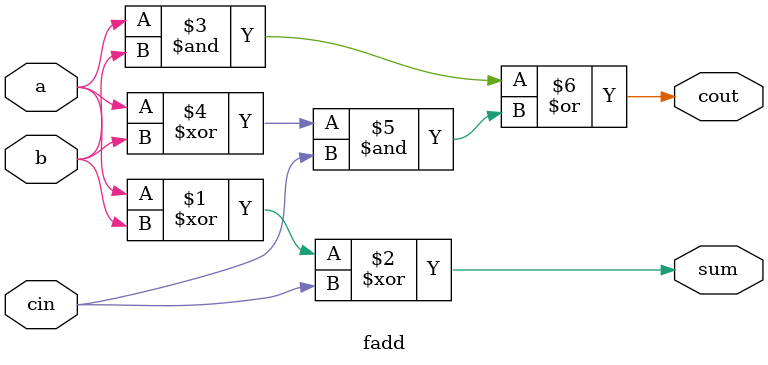
<source format=v>
module top_module( 
    input [2:0] a, b,
    input cin,
    output [2:0] cout,
    output [2:0] sum );
    fadd add0(a[0], b[0], cin, cout[0], sum[0]);
    fadd add1(a[1], b[1], cout[0], cout[1], sum[1]);
    fadd add2(a[2], b[2], cout[1], cout[2], sum[2]);
endmodule

module fadd( 
    input a, b, cin,
    output cout, sum );
	  assign sum = a ^ b ^ cin;
    assign cout = (a & b) | (a ^ b) & cin;
endmodule

</source>
